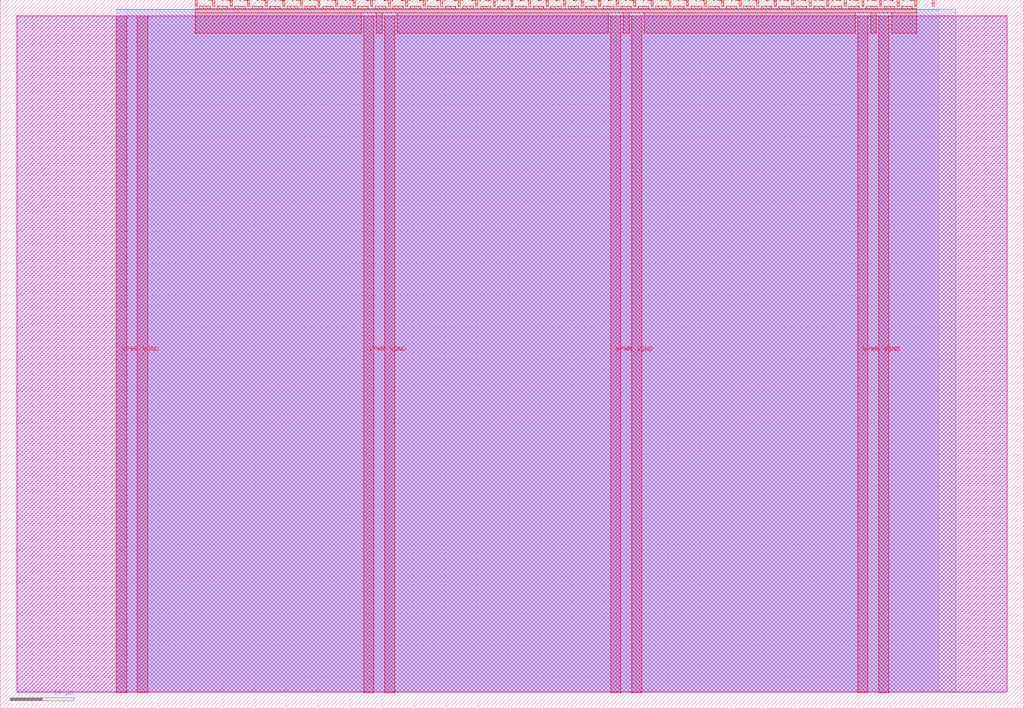
<source format=lef>
VERSION 5.7 ;
  NOWIREEXTENSIONATPIN ON ;
  DIVIDERCHAR "/" ;
  BUSBITCHARS "[]" ;
MACRO tt_um_wokwi_446364133350576129
  CLASS BLOCK ;
  FOREIGN tt_um_wokwi_446364133350576129 ;
  ORIGIN 0.000 0.000 ;
  SIZE 161.000 BY 111.520 ;
  PIN VGND
    DIRECTION INOUT ;
    USE GROUND ;
    PORT
      LAYER met4 ;
        RECT 21.580 2.480 23.180 109.040 ;
    END
    PORT
      LAYER met4 ;
        RECT 60.450 2.480 62.050 109.040 ;
    END
    PORT
      LAYER met4 ;
        RECT 99.320 2.480 100.920 109.040 ;
    END
    PORT
      LAYER met4 ;
        RECT 138.190 2.480 139.790 109.040 ;
    END
  END VGND
  PIN VPWR
    DIRECTION INOUT ;
    USE POWER ;
    PORT
      LAYER met4 ;
        RECT 18.280 2.480 19.880 109.040 ;
    END
    PORT
      LAYER met4 ;
        RECT 57.150 2.480 58.750 109.040 ;
    END
    PORT
      LAYER met4 ;
        RECT 96.020 2.480 97.620 109.040 ;
    END
    PORT
      LAYER met4 ;
        RECT 134.890 2.480 136.490 109.040 ;
    END
  END VPWR
  PIN clk
    DIRECTION INPUT ;
    USE SIGNAL ;
    ANTENNAGATEAREA 0.852000 ;
    PORT
      LAYER met4 ;
        RECT 143.830 110.520 144.130 111.520 ;
    END
  END clk
  PIN ena
    DIRECTION INPUT ;
    USE SIGNAL ;
    PORT
      LAYER met4 ;
        RECT 146.590 110.520 146.890 111.520 ;
    END
  END ena
  PIN rst_n
    DIRECTION INPUT ;
    USE SIGNAL ;
    ANTENNAGATEAREA 0.196500 ;
    PORT
      LAYER met4 ;
        RECT 141.070 110.520 141.370 111.520 ;
    END
  END rst_n
  PIN ui_in[0]
    DIRECTION INPUT ;
    USE SIGNAL ;
    ANTENNAGATEAREA 0.196500 ;
    PORT
      LAYER met4 ;
        RECT 138.310 110.520 138.610 111.520 ;
    END
  END ui_in[0]
  PIN ui_in[1]
    DIRECTION INPUT ;
    USE SIGNAL ;
    PORT
      LAYER met4 ;
        RECT 135.550 110.520 135.850 111.520 ;
    END
  END ui_in[1]
  PIN ui_in[2]
    DIRECTION INPUT ;
    USE SIGNAL ;
    PORT
      LAYER met4 ;
        RECT 132.790 110.520 133.090 111.520 ;
    END
  END ui_in[2]
  PIN ui_in[3]
    DIRECTION INPUT ;
    USE SIGNAL ;
    PORT
      LAYER met4 ;
        RECT 130.030 110.520 130.330 111.520 ;
    END
  END ui_in[3]
  PIN ui_in[4]
    DIRECTION INPUT ;
    USE SIGNAL ;
    PORT
      LAYER met4 ;
        RECT 127.270 110.520 127.570 111.520 ;
    END
  END ui_in[4]
  PIN ui_in[5]
    DIRECTION INPUT ;
    USE SIGNAL ;
    PORT
      LAYER met4 ;
        RECT 124.510 110.520 124.810 111.520 ;
    END
  END ui_in[5]
  PIN ui_in[6]
    DIRECTION INPUT ;
    USE SIGNAL ;
    PORT
      LAYER met4 ;
        RECT 121.750 110.520 122.050 111.520 ;
    END
  END ui_in[6]
  PIN ui_in[7]
    DIRECTION INPUT ;
    USE SIGNAL ;
    PORT
      LAYER met4 ;
        RECT 118.990 110.520 119.290 111.520 ;
    END
  END ui_in[7]
  PIN uio_in[0]
    DIRECTION INPUT ;
    USE SIGNAL ;
    PORT
      LAYER met4 ;
        RECT 116.230 110.520 116.530 111.520 ;
    END
  END uio_in[0]
  PIN uio_in[1]
    DIRECTION INPUT ;
    USE SIGNAL ;
    PORT
      LAYER met4 ;
        RECT 113.470 110.520 113.770 111.520 ;
    END
  END uio_in[1]
  PIN uio_in[2]
    DIRECTION INPUT ;
    USE SIGNAL ;
    PORT
      LAYER met4 ;
        RECT 110.710 110.520 111.010 111.520 ;
    END
  END uio_in[2]
  PIN uio_in[3]
    DIRECTION INPUT ;
    USE SIGNAL ;
    PORT
      LAYER met4 ;
        RECT 107.950 110.520 108.250 111.520 ;
    END
  END uio_in[3]
  PIN uio_in[4]
    DIRECTION INPUT ;
    USE SIGNAL ;
    PORT
      LAYER met4 ;
        RECT 105.190 110.520 105.490 111.520 ;
    END
  END uio_in[4]
  PIN uio_in[5]
    DIRECTION INPUT ;
    USE SIGNAL ;
    PORT
      LAYER met4 ;
        RECT 102.430 110.520 102.730 111.520 ;
    END
  END uio_in[5]
  PIN uio_in[6]
    DIRECTION INPUT ;
    USE SIGNAL ;
    PORT
      LAYER met4 ;
        RECT 99.670 110.520 99.970 111.520 ;
    END
  END uio_in[6]
  PIN uio_in[7]
    DIRECTION INPUT ;
    USE SIGNAL ;
    PORT
      LAYER met4 ;
        RECT 96.910 110.520 97.210 111.520 ;
    END
  END uio_in[7]
  PIN uio_oe[0]
    DIRECTION OUTPUT ;
    USE SIGNAL ;
    PORT
      LAYER met4 ;
        RECT 49.990 110.520 50.290 111.520 ;
    END
  END uio_oe[0]
  PIN uio_oe[1]
    DIRECTION OUTPUT ;
    USE SIGNAL ;
    PORT
      LAYER met4 ;
        RECT 47.230 110.520 47.530 111.520 ;
    END
  END uio_oe[1]
  PIN uio_oe[2]
    DIRECTION OUTPUT ;
    USE SIGNAL ;
    PORT
      LAYER met4 ;
        RECT 44.470 110.520 44.770 111.520 ;
    END
  END uio_oe[2]
  PIN uio_oe[3]
    DIRECTION OUTPUT ;
    USE SIGNAL ;
    PORT
      LAYER met4 ;
        RECT 41.710 110.520 42.010 111.520 ;
    END
  END uio_oe[3]
  PIN uio_oe[4]
    DIRECTION OUTPUT ;
    USE SIGNAL ;
    PORT
      LAYER met4 ;
        RECT 38.950 110.520 39.250 111.520 ;
    END
  END uio_oe[4]
  PIN uio_oe[5]
    DIRECTION OUTPUT ;
    USE SIGNAL ;
    PORT
      LAYER met4 ;
        RECT 36.190 110.520 36.490 111.520 ;
    END
  END uio_oe[5]
  PIN uio_oe[6]
    DIRECTION OUTPUT ;
    USE SIGNAL ;
    PORT
      LAYER met4 ;
        RECT 33.430 110.520 33.730 111.520 ;
    END
  END uio_oe[6]
  PIN uio_oe[7]
    DIRECTION OUTPUT ;
    USE SIGNAL ;
    PORT
      LAYER met4 ;
        RECT 30.670 110.520 30.970 111.520 ;
    END
  END uio_oe[7]
  PIN uio_out[0]
    DIRECTION OUTPUT ;
    USE SIGNAL ;
    PORT
      LAYER met4 ;
        RECT 72.070 110.520 72.370 111.520 ;
    END
  END uio_out[0]
  PIN uio_out[1]
    DIRECTION OUTPUT ;
    USE SIGNAL ;
    PORT
      LAYER met4 ;
        RECT 69.310 110.520 69.610 111.520 ;
    END
  END uio_out[1]
  PIN uio_out[2]
    DIRECTION OUTPUT ;
    USE SIGNAL ;
    PORT
      LAYER met4 ;
        RECT 66.550 110.520 66.850 111.520 ;
    END
  END uio_out[2]
  PIN uio_out[3]
    DIRECTION OUTPUT ;
    USE SIGNAL ;
    PORT
      LAYER met4 ;
        RECT 63.790 110.520 64.090 111.520 ;
    END
  END uio_out[3]
  PIN uio_out[4]
    DIRECTION OUTPUT ;
    USE SIGNAL ;
    PORT
      LAYER met4 ;
        RECT 61.030 110.520 61.330 111.520 ;
    END
  END uio_out[4]
  PIN uio_out[5]
    DIRECTION OUTPUT ;
    USE SIGNAL ;
    PORT
      LAYER met4 ;
        RECT 58.270 110.520 58.570 111.520 ;
    END
  END uio_out[5]
  PIN uio_out[6]
    DIRECTION OUTPUT ;
    USE SIGNAL ;
    PORT
      LAYER met4 ;
        RECT 55.510 110.520 55.810 111.520 ;
    END
  END uio_out[6]
  PIN uio_out[7]
    DIRECTION OUTPUT ;
    USE SIGNAL ;
    PORT
      LAYER met4 ;
        RECT 52.750 110.520 53.050 111.520 ;
    END
  END uio_out[7]
  PIN uo_out[0]
    DIRECTION OUTPUT ;
    USE SIGNAL ;
    ANTENNADIFFAREA 0.445500 ;
    PORT
      LAYER met4 ;
        RECT 94.150 110.520 94.450 111.520 ;
    END
  END uo_out[0]
  PIN uo_out[1]
    DIRECTION OUTPUT ;
    USE SIGNAL ;
    ANTENNADIFFAREA 0.795200 ;
    PORT
      LAYER met4 ;
        RECT 91.390 110.520 91.690 111.520 ;
    END
  END uo_out[1]
  PIN uo_out[2]
    DIRECTION OUTPUT ;
    USE SIGNAL ;
    ANTENNADIFFAREA 0.445500 ;
    PORT
      LAYER met4 ;
        RECT 88.630 110.520 88.930 111.520 ;
    END
  END uo_out[2]
  PIN uo_out[3]
    DIRECTION OUTPUT ;
    USE SIGNAL ;
    ANTENNADIFFAREA 0.445500 ;
    PORT
      LAYER met4 ;
        RECT 85.870 110.520 86.170 111.520 ;
    END
  END uo_out[3]
  PIN uo_out[4]
    DIRECTION OUTPUT ;
    USE SIGNAL ;
    ANTENNADIFFAREA 0.445500 ;
    PORT
      LAYER met4 ;
        RECT 83.110 110.520 83.410 111.520 ;
    END
  END uo_out[4]
  PIN uo_out[5]
    DIRECTION OUTPUT ;
    USE SIGNAL ;
    ANTENNADIFFAREA 0.445500 ;
    PORT
      LAYER met4 ;
        RECT 80.350 110.520 80.650 111.520 ;
    END
  END uo_out[5]
  PIN uo_out[6]
    DIRECTION OUTPUT ;
    USE SIGNAL ;
    ANTENNADIFFAREA 0.445500 ;
    PORT
      LAYER met4 ;
        RECT 77.590 110.520 77.890 111.520 ;
    END
  END uo_out[6]
  PIN uo_out[7]
    DIRECTION OUTPUT ;
    USE SIGNAL ;
    ANTENNADIFFAREA 0.445500 ;
    PORT
      LAYER met4 ;
        RECT 74.830 110.520 75.130 111.520 ;
    END
  END uo_out[7]
  OBS
      LAYER nwell ;
        RECT 2.570 2.635 158.430 108.990 ;
      LAYER li1 ;
        RECT 2.760 2.635 158.240 108.885 ;
      LAYER met1 ;
        RECT 2.760 2.480 158.240 109.040 ;
      LAYER met2 ;
        RECT 18.310 2.535 150.320 110.005 ;
      LAYER met3 ;
        RECT 18.290 2.555 147.595 109.985 ;
      LAYER met4 ;
        RECT 31.370 110.120 33.030 110.520 ;
        RECT 34.130 110.120 35.790 110.520 ;
        RECT 36.890 110.120 38.550 110.520 ;
        RECT 39.650 110.120 41.310 110.520 ;
        RECT 42.410 110.120 44.070 110.520 ;
        RECT 45.170 110.120 46.830 110.520 ;
        RECT 47.930 110.120 49.590 110.520 ;
        RECT 50.690 110.120 52.350 110.520 ;
        RECT 53.450 110.120 55.110 110.520 ;
        RECT 56.210 110.120 57.870 110.520 ;
        RECT 58.970 110.120 60.630 110.520 ;
        RECT 61.730 110.120 63.390 110.520 ;
        RECT 64.490 110.120 66.150 110.520 ;
        RECT 67.250 110.120 68.910 110.520 ;
        RECT 70.010 110.120 71.670 110.520 ;
        RECT 72.770 110.120 74.430 110.520 ;
        RECT 75.530 110.120 77.190 110.520 ;
        RECT 78.290 110.120 79.950 110.520 ;
        RECT 81.050 110.120 82.710 110.520 ;
        RECT 83.810 110.120 85.470 110.520 ;
        RECT 86.570 110.120 88.230 110.520 ;
        RECT 89.330 110.120 90.990 110.520 ;
        RECT 92.090 110.120 93.750 110.520 ;
        RECT 94.850 110.120 96.510 110.520 ;
        RECT 97.610 110.120 99.270 110.520 ;
        RECT 100.370 110.120 102.030 110.520 ;
        RECT 103.130 110.120 104.790 110.520 ;
        RECT 105.890 110.120 107.550 110.520 ;
        RECT 108.650 110.120 110.310 110.520 ;
        RECT 111.410 110.120 113.070 110.520 ;
        RECT 114.170 110.120 115.830 110.520 ;
        RECT 116.930 110.120 118.590 110.520 ;
        RECT 119.690 110.120 121.350 110.520 ;
        RECT 122.450 110.120 124.110 110.520 ;
        RECT 125.210 110.120 126.870 110.520 ;
        RECT 127.970 110.120 129.630 110.520 ;
        RECT 130.730 110.120 132.390 110.520 ;
        RECT 133.490 110.120 135.150 110.520 ;
        RECT 136.250 110.120 137.910 110.520 ;
        RECT 139.010 110.120 140.670 110.520 ;
        RECT 141.770 110.120 143.430 110.520 ;
        RECT 30.655 109.440 144.145 110.120 ;
        RECT 30.655 106.255 56.750 109.440 ;
        RECT 59.150 106.255 60.050 109.440 ;
        RECT 62.450 106.255 95.620 109.440 ;
        RECT 98.020 106.255 98.920 109.440 ;
        RECT 101.320 106.255 134.490 109.440 ;
        RECT 136.890 106.255 137.790 109.440 ;
        RECT 140.190 106.255 144.145 109.440 ;
  END
END tt_um_wokwi_446364133350576129
END LIBRARY


</source>
